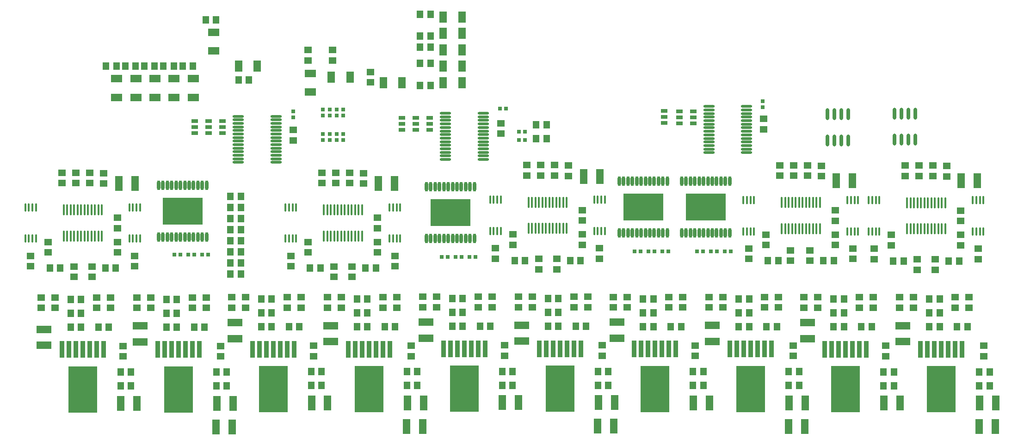
<source format=gtp>
%FSLAX44Y44*%
%MOMM*%
G71*
G01*
G75*
G04 Layer_Color=8421504*
%ADD10R,1.2000X1.3500*%
%ADD11R,1.4000X2.0000*%
%ADD12R,1.3500X1.2000*%
%ADD13R,2.0000X1.4000*%
%ADD14R,0.7000X0.8000*%
%ADD15R,0.8000X0.7000*%
%ADD16R,2.8000X1.3500*%
%ADD17R,1.3000X0.8000*%
%ADD18R,5.3500X8.5400*%
%ADD19R,0.8900X3.0600*%
%ADD20O,0.3500X2.2000*%
%ADD21O,0.3500X1.5500*%
%ADD22R,1.3500X2.8000*%
%ADD23O,0.6000X2.2000*%
%ADD24O,2.1000X0.4500*%
%ADD25O,0.6000X1.8000*%
%ADD26R,7.4000X5.0000*%
%ADD27C,1.0160*%
%ADD28C,0.1524*%
%ADD29C,0.7620*%
%ADD30C,0.2540*%
%ADD31C,0.5080*%
%ADD32C,0.6350*%
%ADD33C,0.2032*%
%ADD34C,0.3048*%
%ADD35R,177.7702X1.3208*%
%ADD36C,2.0000*%
G04:AMPARAMS|DCode=37|XSize=2mm|YSize=2mm|CornerRadius=0.5mm|HoleSize=0mm|Usage=FLASHONLY|Rotation=180.000|XOffset=0mm|YOffset=0mm|HoleType=Round|Shape=RoundedRectangle|*
%AMROUNDEDRECTD37*
21,1,2.0000,1.0000,0,0,180.0*
21,1,1.0000,2.0000,0,0,180.0*
1,1,1.0000,-0.5000,0.5000*
1,1,1.0000,0.5000,0.5000*
1,1,1.0000,0.5000,-0.5000*
1,1,1.0000,-0.5000,-0.5000*
%
%ADD37ROUNDEDRECTD37*%
%ADD38C,7.0000*%
%ADD39C,6.0000*%
%ADD40C,0.7000*%
%ADD41C,1.2700*%
%ADD42C,0.6600*%
%ADD43C,2.0160*%
%ADD44C,3.4160*%
%ADD45C,4.5160*%
%ADD46C,4.1160*%
G04:AMPARAMS|DCode=47|XSize=1.824mm|YSize=1.824mm|CornerRadius=0mm|HoleSize=0mm|Usage=FLASHONLY|Rotation=0.000|XOffset=0mm|YOffset=0mm|HoleType=Round|Shape=Relief|Width=0.254mm|Gap=0.254mm|Entries=4|*
%AMTHD47*
7,0,0,1.8240,1.3160,0.2540,45*
%
%ADD47THD47*%
%ADD48C,1.3160*%
%ADD49C,1.7272*%
%ADD50C,1.3460*%
G04:AMPARAMS|DCode=51|XSize=2.524mm|YSize=2.524mm|CornerRadius=0mm|HoleSize=0mm|Usage=FLASHONLY|Rotation=0.000|XOffset=0mm|YOffset=0mm|HoleType=Round|Shape=Relief|Width=0.254mm|Gap=0.254mm|Entries=4|*
%AMTHD51*
7,0,0,2.5240,2.0160,0.2540,45*
%
%ADD51THD51*%
G04:AMPARAMS|DCode=52|XSize=2.2352mm|YSize=2.2352mm|CornerRadius=0mm|HoleSize=0mm|Usage=FLASHONLY|Rotation=0.000|XOffset=0mm|YOffset=0mm|HoleType=Round|Shape=Relief|Width=0.254mm|Gap=0.254mm|Entries=4|*
%AMTHD52*
7,0,0,2.2352,1.7272,0.2540,45*
%
%ADD52THD52*%
%ADD53C,2.5400*%
%ADD54C,0.3000*%
%ADD55C,0.2000*%
%ADD56C,0.2500*%
%ADD57C,0.6000*%
%ADD58C,0.4000*%
%ADD59C,0.1270*%
D10*
X-155500Y-165000D02*
D03*
X-174500D02*
D03*
X-155500Y-125000D02*
D03*
X-174500D02*
D03*
X-155500Y-95000D02*
D03*
X-174500D02*
D03*
X-155500Y-75000D02*
D03*
X-174500D02*
D03*
X-155500Y-35000D02*
D03*
X-174500D02*
D03*
X-695500Y-130000D02*
D03*
X-714500D02*
D03*
X-660500D02*
D03*
X-679500D02*
D03*
X-625500D02*
D03*
X-644500D02*
D03*
X-590500D02*
D03*
X-609500D02*
D03*
X-730500D02*
D03*
X-749500D02*
D03*
X-548000Y-45000D02*
D03*
X-567000D02*
D03*
X-507000Y-155000D02*
D03*
X-488000D02*
D03*
X57180Y-236920D02*
D03*
X38180D02*
D03*
X57180Y-262320D02*
D03*
X38180D02*
D03*
X776560Y-581950D02*
D03*
X757560D02*
D03*
X776560Y-556550D02*
D03*
X757560D02*
D03*
X808360Y-607350D02*
D03*
X827360D02*
D03*
X812120Y-486700D02*
D03*
X793120D02*
D03*
X601300Y-556550D02*
D03*
X582300D02*
D03*
X601300Y-581950D02*
D03*
X582300D02*
D03*
X633100Y-607350D02*
D03*
X652100D02*
D03*
X691520Y-486700D02*
D03*
X710520D02*
D03*
X757560Y-607350D02*
D03*
X776560D02*
D03*
X849000Y-715300D02*
D03*
X868000D02*
D03*
X849000Y-689900D02*
D03*
X868000D02*
D03*
X582300Y-607350D02*
D03*
X601300D02*
D03*
X673740Y-689900D02*
D03*
X692740D02*
D03*
X673740Y-715300D02*
D03*
X692740D02*
D03*
X-521540Y-429440D02*
D03*
X-502540D02*
D03*
X-521540Y-409120D02*
D03*
X-502540D02*
D03*
X-521540Y-368480D02*
D03*
X-502540D02*
D03*
X-521540Y-388800D02*
D03*
X-502540D02*
D03*
X-639081Y-582350D02*
D03*
X-620080D02*
D03*
X-290180Y-581860D02*
D03*
X-271180D02*
D03*
X59419Y-581080D02*
D03*
X78419D02*
D03*
X408730Y-581570D02*
D03*
X427729D02*
D03*
X-639081Y-556950D02*
D03*
X-620080D02*
D03*
X-290180Y-556460D02*
D03*
X-271180D02*
D03*
X59419Y-555680D02*
D03*
X78419D02*
D03*
X408730Y-556170D02*
D03*
X427729D02*
D03*
X-569280Y-607750D02*
D03*
X-588280D02*
D03*
X-220380Y-607260D02*
D03*
X-239380D02*
D03*
X129220Y-606480D02*
D03*
X110220D02*
D03*
X478530Y-606970D02*
D03*
X459530D02*
D03*
X-750841Y-499800D02*
D03*
X-731841D02*
D03*
X-274570Y-499800D02*
D03*
X-255570D02*
D03*
X100059Y-485830D02*
D03*
X119059D02*
D03*
X563670Y-486320D02*
D03*
X582669D02*
D03*
X-814341Y-556950D02*
D03*
X-795340D02*
D03*
X-465440Y-556460D02*
D03*
X-446440D02*
D03*
X-115841Y-555680D02*
D03*
X-96840D02*
D03*
X233470Y-556170D02*
D03*
X252470D02*
D03*
X-814341Y-582350D02*
D03*
X-795340D02*
D03*
X-465440Y-581860D02*
D03*
X-446440D02*
D03*
X-115841Y-581080D02*
D03*
X-96840D02*
D03*
X233470Y-581570D02*
D03*
X252470D02*
D03*
X-744540Y-607750D02*
D03*
X-763540D02*
D03*
X-395640Y-607260D02*
D03*
X-414640D02*
D03*
X-46040Y-606480D02*
D03*
X-65040D02*
D03*
X303270Y-606970D02*
D03*
X284270D02*
D03*
X-833440Y-499800D02*
D03*
X-852440D02*
D03*
X-357170Y-499800D02*
D03*
X-376170D02*
D03*
X17460Y-485830D02*
D03*
X-1540D02*
D03*
X481070Y-486320D02*
D03*
X462070D02*
D03*
X-620080Y-607750D02*
D03*
X-639080D02*
D03*
X-271180Y-607260D02*
D03*
X-290180D02*
D03*
X78420Y-606480D02*
D03*
X59420D02*
D03*
X427730Y-606970D02*
D03*
X408730D02*
D03*
X-528640Y-715700D02*
D03*
X-547640D02*
D03*
X-179740Y-715210D02*
D03*
X-198740D02*
D03*
X169860Y-714430D02*
D03*
X150860D02*
D03*
X519170Y-714920D02*
D03*
X500170D02*
D03*
X-528640Y-690300D02*
D03*
X-547640D02*
D03*
X-179740Y-689810D02*
D03*
X-198740D02*
D03*
X169860Y-689030D02*
D03*
X150860D02*
D03*
X519170Y-689520D02*
D03*
X500170D02*
D03*
X-795340Y-607750D02*
D03*
X-814340D02*
D03*
X-446440Y-607260D02*
D03*
X-465440D02*
D03*
X-96840Y-606480D02*
D03*
X-115840D02*
D03*
X252470Y-606970D02*
D03*
X233470D02*
D03*
X-703900Y-690300D02*
D03*
X-722900D02*
D03*
X-355000Y-689810D02*
D03*
X-374000D02*
D03*
X-5400Y-689030D02*
D03*
X-24400D02*
D03*
X343910Y-689520D02*
D03*
X324910D02*
D03*
X-703900Y-715700D02*
D03*
X-722900D02*
D03*
X-355000Y-715210D02*
D03*
X-374000D02*
D03*
X-5400Y-714430D02*
D03*
X-24400D02*
D03*
X343910Y-714920D02*
D03*
X324910D02*
D03*
X-521540Y-510720D02*
D03*
X-502540D02*
D03*
X-521540Y-490400D02*
D03*
X-502540D02*
D03*
X-521540Y-470080D02*
D03*
X-502540D02*
D03*
X-521540Y-449760D02*
D03*
X-502540D02*
D03*
D11*
X-132000Y-160000D02*
D03*
X-98000D02*
D03*
X-242000D02*
D03*
X-208000D02*
D03*
X-132000Y-130000D02*
D03*
X-98000D02*
D03*
X-132000Y-100000D02*
D03*
X-98000D02*
D03*
X-132000Y-70000D02*
D03*
X-98000D02*
D03*
X-132000Y-40000D02*
D03*
X-98000D02*
D03*
X-337000Y-150000D02*
D03*
X-303000D02*
D03*
X-507000Y-130000D02*
D03*
X-473000D02*
D03*
D12*
X-265000Y-159500D02*
D03*
Y-140500D02*
D03*
X-335000Y-119500D02*
D03*
Y-100500D02*
D03*
X-380000Y-119500D02*
D03*
Y-100500D02*
D03*
X-36490Y-482630D02*
D03*
Y-463630D02*
D03*
X-217180Y-572310D02*
D03*
Y-553310D02*
D03*
X789920Y-312760D02*
D03*
Y-331760D02*
D03*
X713720Y-312100D02*
D03*
Y-331100D02*
D03*
X805160Y-572400D02*
D03*
Y-553400D02*
D03*
X830560Y-553400D02*
D03*
Y-572400D02*
D03*
X728960Y-553400D02*
D03*
Y-572400D02*
D03*
X847070Y-483500D02*
D03*
Y-464500D02*
D03*
X768710Y-502950D02*
D03*
Y-483950D02*
D03*
X629900Y-572400D02*
D03*
Y-553400D02*
D03*
X655300Y-553400D02*
D03*
Y-572400D02*
D03*
X553700Y-553400D02*
D03*
Y-572400D02*
D03*
X735690Y-502950D02*
D03*
Y-483950D02*
D03*
X656570Y-483500D02*
D03*
Y-464500D02*
D03*
X857230Y-642300D02*
D03*
Y-661300D02*
D03*
X678160Y-661300D02*
D03*
Y-642300D02*
D03*
X703560Y-553400D02*
D03*
Y-572400D02*
D03*
X815320Y-439100D02*
D03*
Y-458100D02*
D03*
X764520Y-312100D02*
D03*
Y-331100D02*
D03*
X528300Y-553400D02*
D03*
Y-572400D02*
D03*
X739120Y-312100D02*
D03*
Y-331100D02*
D03*
X815320Y-413650D02*
D03*
Y-394650D02*
D03*
X688320Y-458100D02*
D03*
Y-439100D02*
D03*
X-754040Y-325860D02*
D03*
Y-344860D02*
D03*
X-277770Y-325860D02*
D03*
Y-344860D02*
D03*
X96860Y-311890D02*
D03*
Y-330890D02*
D03*
X560470Y-312380D02*
D03*
Y-331380D02*
D03*
X-830220Y-325200D02*
D03*
Y-344200D02*
D03*
X-353970Y-325200D02*
D03*
Y-344200D02*
D03*
X20660Y-311230D02*
D03*
Y-330230D02*
D03*
X484270Y-311720D02*
D03*
Y-330720D02*
D03*
X-591480Y-553800D02*
D03*
Y-572800D02*
D03*
X-242580Y-553310D02*
D03*
Y-572310D02*
D03*
X107020Y-552530D02*
D03*
Y-571530D02*
D03*
X456330Y-553020D02*
D03*
Y-572020D02*
D03*
X-566080Y-572800D02*
D03*
Y-553800D02*
D03*
X132420Y-571530D02*
D03*
Y-552530D02*
D03*
X481730Y-572020D02*
D03*
Y-553020D02*
D03*
X-667680Y-572800D02*
D03*
Y-553800D02*
D03*
X-318780Y-572310D02*
D03*
Y-553310D02*
D03*
X30820Y-571530D02*
D03*
Y-552530D02*
D03*
X380130Y-572020D02*
D03*
Y-553020D02*
D03*
X-696890Y-477600D02*
D03*
Y-496600D02*
D03*
X-220620Y-477600D02*
D03*
Y-496600D02*
D03*
X154010Y-463630D02*
D03*
Y-482630D02*
D03*
X617620Y-464120D02*
D03*
Y-483120D02*
D03*
X-775250Y-497050D02*
D03*
Y-516050D02*
D03*
X-298980Y-497050D02*
D03*
Y-516050D02*
D03*
X75650Y-483080D02*
D03*
Y-502080D02*
D03*
X538880Y-486440D02*
D03*
Y-467440D02*
D03*
X-766740Y-553800D02*
D03*
Y-572800D02*
D03*
X-417840Y-553310D02*
D03*
Y-572310D02*
D03*
X-68240Y-552530D02*
D03*
Y-571530D02*
D03*
X281070Y-553020D02*
D03*
Y-572020D02*
D03*
X-741340Y-572800D02*
D03*
Y-553800D02*
D03*
X-392440Y-572310D02*
D03*
Y-553310D02*
D03*
X-42840Y-571530D02*
D03*
Y-552530D02*
D03*
X306470Y-572020D02*
D03*
Y-553020D02*
D03*
X-842940Y-572800D02*
D03*
Y-553800D02*
D03*
X-494040Y-572310D02*
D03*
Y-553310D02*
D03*
X-144440Y-571530D02*
D03*
Y-552530D02*
D03*
X204870Y-572020D02*
D03*
Y-553020D02*
D03*
X-808270Y-497050D02*
D03*
Y-516050D02*
D03*
X-332000Y-497050D02*
D03*
Y-516050D02*
D03*
X42630Y-483080D02*
D03*
Y-502080D02*
D03*
X503280Y-486440D02*
D03*
Y-467440D02*
D03*
X-887390Y-477600D02*
D03*
Y-496600D02*
D03*
X-411120Y-477600D02*
D03*
Y-496600D02*
D03*
X427120Y-464120D02*
D03*
Y-483120D02*
D03*
X-539410Y-642700D02*
D03*
Y-661700D02*
D03*
X-190510Y-642210D02*
D03*
Y-661210D02*
D03*
X159090Y-641430D02*
D03*
Y-660430D02*
D03*
X508400Y-641920D02*
D03*
Y-660920D02*
D03*
X-718480Y-642700D02*
D03*
Y-661700D02*
D03*
X-369580Y-642210D02*
D03*
Y-661210D02*
D03*
X-19980Y-641430D02*
D03*
Y-660430D02*
D03*
X329330Y-641920D02*
D03*
Y-660920D02*
D03*
X-26900Y-234520D02*
D03*
Y-253520D02*
D03*
X454200Y-226380D02*
D03*
Y-245380D02*
D03*
X-693080Y-572800D02*
D03*
Y-553800D02*
D03*
X-344180Y-572310D02*
D03*
Y-553310D02*
D03*
X5420Y-571530D02*
D03*
Y-552530D02*
D03*
X354730Y-572020D02*
D03*
Y-553020D02*
D03*
X-728640Y-471200D02*
D03*
Y-452200D02*
D03*
X-252370Y-471200D02*
D03*
Y-452200D02*
D03*
X122260Y-457230D02*
D03*
Y-438230D02*
D03*
X585870Y-457720D02*
D03*
Y-438720D02*
D03*
X-779440Y-344200D02*
D03*
Y-325200D02*
D03*
X-303170Y-344200D02*
D03*
Y-325200D02*
D03*
X71460Y-330230D02*
D03*
Y-311230D02*
D03*
X535070Y-330720D02*
D03*
Y-311720D02*
D03*
X-868340Y-572800D02*
D03*
Y-553800D02*
D03*
X-519440Y-572310D02*
D03*
Y-553310D02*
D03*
X-169840Y-571530D02*
D03*
Y-552530D02*
D03*
X179470Y-572020D02*
D03*
Y-553020D02*
D03*
X-804840Y-344200D02*
D03*
Y-325200D02*
D03*
X-328570Y-344200D02*
D03*
Y-325200D02*
D03*
X46060Y-330230D02*
D03*
Y-311230D02*
D03*
X509670Y-330720D02*
D03*
Y-311720D02*
D03*
X-728640Y-407750D02*
D03*
Y-426750D02*
D03*
X-252370Y-407750D02*
D03*
Y-426750D02*
D03*
X122260Y-393780D02*
D03*
Y-412780D02*
D03*
X585870Y-394270D02*
D03*
Y-413270D02*
D03*
X-855640Y-452200D02*
D03*
Y-471200D02*
D03*
X-379370Y-452200D02*
D03*
Y-471200D02*
D03*
X-4740Y-438230D02*
D03*
Y-457230D02*
D03*
X458870Y-438720D02*
D03*
Y-457720D02*
D03*
X-406582Y-246821D02*
D03*
Y-265821D02*
D03*
D13*
X-695000Y-153000D02*
D03*
Y-187000D02*
D03*
X-660000Y-153000D02*
D03*
Y-187000D02*
D03*
X-625000Y-153000D02*
D03*
Y-187000D02*
D03*
X-730000Y-153000D02*
D03*
Y-187000D02*
D03*
X-375000Y-143000D02*
D03*
Y-177000D02*
D03*
X-552500Y-68000D02*
D03*
Y-102000D02*
D03*
X-590000Y-153000D02*
D03*
Y-187000D02*
D03*
D14*
X-352500Y-265500D02*
D03*
Y-254500D02*
D03*
X-340000Y-265500D02*
D03*
Y-254500D02*
D03*
X-327500Y-265500D02*
D03*
Y-254500D02*
D03*
X-315000Y-254500D02*
D03*
Y-265500D02*
D03*
X-352500Y-209500D02*
D03*
Y-220500D02*
D03*
X-340000Y-209500D02*
D03*
Y-220500D02*
D03*
X-327500Y-209500D02*
D03*
Y-220500D02*
D03*
X-315000Y-220500D02*
D03*
Y-209500D02*
D03*
X452780Y-205420D02*
D03*
Y-194420D02*
D03*
X-406582Y-212721D02*
D03*
Y-223721D02*
D03*
D15*
X6620Y-249620D02*
D03*
X17620D02*
D03*
X6620Y-264860D02*
D03*
X17620D02*
D03*
X-17500Y-208000D02*
D03*
X-28500D02*
D03*
X332680Y-469320D02*
D03*
X343680D02*
D03*
X369080D02*
D03*
X358080D02*
D03*
X218380D02*
D03*
X229380D02*
D03*
X254780D02*
D03*
X243780D02*
D03*
X394480D02*
D03*
X383480D02*
D03*
X280180D02*
D03*
X269180D02*
D03*
X-134680Y-479480D02*
D03*
X-123680D02*
D03*
X-98280D02*
D03*
X-109280D02*
D03*
X-624220Y-475160D02*
D03*
X-613220D02*
D03*
X-587820D02*
D03*
X-598820D02*
D03*
X-72880Y-479480D02*
D03*
X-83880D02*
D03*
X-562420Y-475160D02*
D03*
X-573420D02*
D03*
D16*
X-863240Y-641550D02*
D03*
Y-612050D02*
D03*
X709420Y-634800D02*
D03*
Y-605300D02*
D03*
X534650Y-629110D02*
D03*
Y-599610D02*
D03*
X-687220Y-635200D02*
D03*
Y-605700D02*
D03*
X-338320Y-634710D02*
D03*
Y-605210D02*
D03*
X11280Y-633930D02*
D03*
Y-604430D02*
D03*
X360590Y-634420D02*
D03*
Y-604920D02*
D03*
X-513090Y-629020D02*
D03*
Y-599520D02*
D03*
X-163490Y-628240D02*
D03*
Y-598740D02*
D03*
X185820Y-628730D02*
D03*
Y-599230D02*
D03*
D17*
X-157060Y-224728D02*
D03*
Y-235728D02*
D03*
Y-246728D02*
D03*
X-182460Y-224728D02*
D03*
Y-235728D02*
D03*
Y-246728D02*
D03*
X-207860Y-224728D02*
D03*
Y-235728D02*
D03*
Y-246728D02*
D03*
X325240Y-234356D02*
D03*
Y-223356D02*
D03*
Y-212356D02*
D03*
X299840Y-234356D02*
D03*
Y-223356D02*
D03*
Y-212356D02*
D03*
X272440Y-233868D02*
D03*
Y-222868D02*
D03*
Y-211868D02*
D03*
X-586922Y-252257D02*
D03*
Y-241257D02*
D03*
Y-230257D02*
D03*
X-561522Y-252257D02*
D03*
Y-241257D02*
D03*
Y-230257D02*
D03*
X-536122Y-252257D02*
D03*
Y-241257D02*
D03*
Y-230257D02*
D03*
D18*
X779760Y-721650D02*
D03*
X604500D02*
D03*
X-616880Y-722050D02*
D03*
X-267980Y-721560D02*
D03*
X81620Y-720780D02*
D03*
X430930Y-721270D02*
D03*
X-792140Y-722050D02*
D03*
X-443240Y-721560D02*
D03*
X-93640Y-720780D02*
D03*
X255670Y-721270D02*
D03*
D19*
X792460Y-648600D02*
D03*
X805160D02*
D03*
X817860D02*
D03*
X779760D02*
D03*
X767060D02*
D03*
X754360D02*
D03*
X741660D02*
D03*
X617200D02*
D03*
X629900D02*
D03*
X642600D02*
D03*
X604500D02*
D03*
X591800D02*
D03*
X579100D02*
D03*
X566400D02*
D03*
X-604180Y-649000D02*
D03*
X-591480D02*
D03*
X-578780D02*
D03*
X-616880D02*
D03*
X-629580D02*
D03*
X-642280D02*
D03*
X-654980D02*
D03*
X-255280Y-648510D02*
D03*
X-242580D02*
D03*
X-229880D02*
D03*
X-267980D02*
D03*
X-280680D02*
D03*
X-293380D02*
D03*
X-306080D02*
D03*
X94320Y-647730D02*
D03*
X107020D02*
D03*
X119720D02*
D03*
X81620D02*
D03*
X68920D02*
D03*
X56220D02*
D03*
X43520D02*
D03*
X443630Y-648220D02*
D03*
X456330D02*
D03*
X469030D02*
D03*
X430930D02*
D03*
X418230D02*
D03*
X405530D02*
D03*
X392830D02*
D03*
X-779440Y-649000D02*
D03*
X-766740D02*
D03*
X-754040D02*
D03*
X-792140D02*
D03*
X-804840D02*
D03*
X-817540D02*
D03*
X-830240D02*
D03*
X-430540Y-648510D02*
D03*
X-417840D02*
D03*
X-405140D02*
D03*
X-443240D02*
D03*
X-455940D02*
D03*
X-468640D02*
D03*
X-481340D02*
D03*
X-80940Y-647730D02*
D03*
X-68240D02*
D03*
X-55540D02*
D03*
X-93640D02*
D03*
X-106340D02*
D03*
X-119040D02*
D03*
X-131740D02*
D03*
X268370Y-648220D02*
D03*
X281070D02*
D03*
X293770D02*
D03*
X255670D02*
D03*
X242970D02*
D03*
X230270D02*
D03*
X217570D02*
D03*
D20*
X716895Y-428150D02*
D03*
X723245D02*
D03*
X729595D02*
D03*
X735945D02*
D03*
X742295D02*
D03*
X748645D02*
D03*
X754995D02*
D03*
X761345D02*
D03*
X767695D02*
D03*
X774045D02*
D03*
X780395D02*
D03*
X786745D02*
D03*
X716895Y-380150D02*
D03*
X723245D02*
D03*
X729595D02*
D03*
X735945D02*
D03*
X742295D02*
D03*
X748645D02*
D03*
X754995D02*
D03*
X761345D02*
D03*
X767695D02*
D03*
X774045D02*
D03*
X780395D02*
D03*
X786745D02*
D03*
X-757215Y-393250D02*
D03*
X-763565D02*
D03*
X-769915D02*
D03*
X-776265D02*
D03*
X-782615D02*
D03*
X-788965D02*
D03*
X-795315D02*
D03*
X-801665D02*
D03*
X-808015D02*
D03*
X-814365D02*
D03*
X-820715D02*
D03*
X-827065D02*
D03*
X-757215Y-441250D02*
D03*
X-763565D02*
D03*
X-769915D02*
D03*
X-776265D02*
D03*
X-782615D02*
D03*
X-788965D02*
D03*
X-795315D02*
D03*
X-801665D02*
D03*
X-808015D02*
D03*
X-814365D02*
D03*
X-820715D02*
D03*
X-827065D02*
D03*
X-280945Y-393250D02*
D03*
X-287295D02*
D03*
X-293645D02*
D03*
X-299995D02*
D03*
X-306345D02*
D03*
X-312695D02*
D03*
X-319045D02*
D03*
X-325395D02*
D03*
X-331745D02*
D03*
X-338095D02*
D03*
X-344445D02*
D03*
X-350795D02*
D03*
X-280945Y-441250D02*
D03*
X-287295D02*
D03*
X-293645D02*
D03*
X-299995D02*
D03*
X-306345D02*
D03*
X-312695D02*
D03*
X-319045D02*
D03*
X-325395D02*
D03*
X-331745D02*
D03*
X-338095D02*
D03*
X-344445D02*
D03*
X-350795D02*
D03*
X93685Y-379280D02*
D03*
X87335D02*
D03*
X80985D02*
D03*
X74635D02*
D03*
X68285D02*
D03*
X61935D02*
D03*
X55585D02*
D03*
X49235D02*
D03*
X42885D02*
D03*
X36535D02*
D03*
X30185D02*
D03*
X23835D02*
D03*
X93685Y-427280D02*
D03*
X87335D02*
D03*
X80985D02*
D03*
X74635D02*
D03*
X68285D02*
D03*
X61935D02*
D03*
X55585D02*
D03*
X49235D02*
D03*
X42885D02*
D03*
X36535D02*
D03*
X30185D02*
D03*
X23835D02*
D03*
X557295Y-379770D02*
D03*
X550945D02*
D03*
X544595D02*
D03*
X538245D02*
D03*
X531895D02*
D03*
X525545D02*
D03*
X519195D02*
D03*
X512845D02*
D03*
X506495D02*
D03*
X500145D02*
D03*
X493795D02*
D03*
X487445D02*
D03*
X557295Y-427770D02*
D03*
X550945D02*
D03*
X544595D02*
D03*
X538245D02*
D03*
X531895D02*
D03*
X525545D02*
D03*
X519195D02*
D03*
X512845D02*
D03*
X506495D02*
D03*
X500145D02*
D03*
X493795D02*
D03*
X487445D02*
D03*
D21*
X856820Y-375400D02*
D03*
X850320D02*
D03*
X843820D02*
D03*
X837320D02*
D03*
X856820Y-432900D02*
D03*
X850320D02*
D03*
X843820D02*
D03*
X837320D02*
D03*
X646820D02*
D03*
X653320D02*
D03*
X659820D02*
D03*
X666320D02*
D03*
X646820Y-375400D02*
D03*
X653320D02*
D03*
X659820D02*
D03*
X666320D02*
D03*
X-687140Y-388500D02*
D03*
X-693640D02*
D03*
X-700140D02*
D03*
X-706640D02*
D03*
X-687140Y-446000D02*
D03*
X-693640D02*
D03*
X-700140D02*
D03*
X-706640D02*
D03*
X-210870Y-388500D02*
D03*
X-217370D02*
D03*
X-223870D02*
D03*
X-230370D02*
D03*
X-210870Y-446000D02*
D03*
X-217370D02*
D03*
X-223870D02*
D03*
X-230370D02*
D03*
X163760Y-374530D02*
D03*
X157260D02*
D03*
X150760D02*
D03*
X144260D02*
D03*
X163760Y-432030D02*
D03*
X157260D02*
D03*
X150760D02*
D03*
X144260D02*
D03*
X627370Y-375020D02*
D03*
X620870D02*
D03*
X614370D02*
D03*
X607870D02*
D03*
X627370Y-432520D02*
D03*
X620870D02*
D03*
X614370D02*
D03*
X607870D02*
D03*
X-897140Y-446000D02*
D03*
X-890640D02*
D03*
X-884140D02*
D03*
X-877640D02*
D03*
X-897140Y-388500D02*
D03*
X-890640D02*
D03*
X-884140D02*
D03*
X-877640D02*
D03*
X-420870Y-446000D02*
D03*
X-414370D02*
D03*
X-407870D02*
D03*
X-401370D02*
D03*
X-420870Y-388500D02*
D03*
X-414370D02*
D03*
X-407870D02*
D03*
X-401370D02*
D03*
X-46240Y-432030D02*
D03*
X-39740D02*
D03*
X-33240D02*
D03*
X-26740D02*
D03*
X-46240Y-374530D02*
D03*
X-39740D02*
D03*
X-33240D02*
D03*
X-26740D02*
D03*
X417370Y-432520D02*
D03*
X423870D02*
D03*
X430370D02*
D03*
X436870D02*
D03*
X417370Y-375020D02*
D03*
X423870D02*
D03*
X430370D02*
D03*
X436870D02*
D03*
D22*
X879600Y-747050D02*
D03*
X850100D02*
D03*
X878330Y-790230D02*
D03*
X848830D02*
D03*
X703990Y-747050D02*
D03*
X674490D02*
D03*
X816190Y-339780D02*
D03*
X845690D02*
D03*
X-517040Y-747450D02*
D03*
X-546540D02*
D03*
X-168140Y-746960D02*
D03*
X-197640D02*
D03*
X181460Y-746180D02*
D03*
X151960D02*
D03*
X530770Y-746670D02*
D03*
X501270D02*
D03*
X-518310Y-790630D02*
D03*
X-547810D02*
D03*
X-169410Y-790140D02*
D03*
X-198910D02*
D03*
X180190Y-789360D02*
D03*
X150690D02*
D03*
X529500Y-789850D02*
D03*
X500000D02*
D03*
X-692650Y-747450D02*
D03*
X-722150D02*
D03*
X-343750Y-746960D02*
D03*
X-373250D02*
D03*
X5850Y-746180D02*
D03*
X-23650D02*
D03*
X355160Y-746670D02*
D03*
X325660D02*
D03*
X-725590Y-344860D02*
D03*
X-696090D02*
D03*
X-250610D02*
D03*
X-221110D02*
D03*
X125310Y-332160D02*
D03*
X154810D02*
D03*
X587590Y-339780D02*
D03*
X617090D02*
D03*
D23*
X693520Y-264720D02*
D03*
X706220D02*
D03*
X718920D02*
D03*
X731620D02*
D03*
X693520Y-216720D02*
D03*
X706220D02*
D03*
X718920D02*
D03*
X731620D02*
D03*
X570970Y-266030D02*
D03*
X583670D02*
D03*
X596370D02*
D03*
X609070D02*
D03*
X570970Y-218030D02*
D03*
X583670D02*
D03*
X596370D02*
D03*
X609070D02*
D03*
D24*
X-59060Y-300750D02*
D03*
Y-294250D02*
D03*
Y-287750D02*
D03*
Y-281250D02*
D03*
Y-274750D02*
D03*
Y-268250D02*
D03*
Y-261750D02*
D03*
Y-255250D02*
D03*
Y-248750D02*
D03*
Y-242250D02*
D03*
Y-235750D02*
D03*
Y-229250D02*
D03*
Y-222750D02*
D03*
Y-216250D02*
D03*
X-128060Y-300750D02*
D03*
Y-294250D02*
D03*
Y-287750D02*
D03*
Y-281250D02*
D03*
Y-274750D02*
D03*
Y-268250D02*
D03*
Y-261750D02*
D03*
Y-255250D02*
D03*
Y-248750D02*
D03*
Y-242250D02*
D03*
Y-235750D02*
D03*
Y-229250D02*
D03*
Y-222750D02*
D03*
Y-216250D02*
D03*
X423240Y-288290D02*
D03*
Y-281790D02*
D03*
Y-275290D02*
D03*
Y-268790D02*
D03*
Y-262290D02*
D03*
Y-255790D02*
D03*
Y-249290D02*
D03*
Y-242790D02*
D03*
Y-236290D02*
D03*
Y-229790D02*
D03*
Y-223290D02*
D03*
Y-216790D02*
D03*
Y-210290D02*
D03*
Y-203790D02*
D03*
X354240Y-288290D02*
D03*
Y-281790D02*
D03*
Y-275290D02*
D03*
Y-268790D02*
D03*
Y-262290D02*
D03*
Y-255790D02*
D03*
Y-249290D02*
D03*
Y-242790D02*
D03*
Y-236290D02*
D03*
Y-229790D02*
D03*
Y-223290D02*
D03*
Y-216790D02*
D03*
Y-210290D02*
D03*
Y-203790D02*
D03*
X-507122Y-221691D02*
D03*
Y-228191D02*
D03*
Y-234691D02*
D03*
Y-241191D02*
D03*
Y-247691D02*
D03*
Y-254191D02*
D03*
Y-260691D02*
D03*
Y-267191D02*
D03*
Y-273691D02*
D03*
Y-280191D02*
D03*
Y-286691D02*
D03*
Y-293191D02*
D03*
Y-299691D02*
D03*
Y-306191D02*
D03*
X-438122Y-221691D02*
D03*
Y-228191D02*
D03*
Y-234691D02*
D03*
Y-241191D02*
D03*
Y-247691D02*
D03*
Y-254191D02*
D03*
Y-260691D02*
D03*
Y-267191D02*
D03*
Y-273691D02*
D03*
Y-280191D02*
D03*
Y-286691D02*
D03*
Y-293191D02*
D03*
Y-299691D02*
D03*
Y-306191D02*
D03*
D25*
X304340Y-435540D02*
D03*
X312340D02*
D03*
X320340D02*
D03*
X328340D02*
D03*
X336340D02*
D03*
X344340D02*
D03*
X352340D02*
D03*
X360340D02*
D03*
X368340D02*
D03*
X376340D02*
D03*
X384340D02*
D03*
X392340D02*
D03*
X304340Y-340540D02*
D03*
X312340D02*
D03*
X320340D02*
D03*
X328340D02*
D03*
X336340D02*
D03*
X344340D02*
D03*
X352340D02*
D03*
X360340D02*
D03*
X368340D02*
D03*
X376340D02*
D03*
X384340D02*
D03*
X392340D02*
D03*
X190040Y-435540D02*
D03*
X198040D02*
D03*
X206040D02*
D03*
X214040D02*
D03*
X222040D02*
D03*
X230040D02*
D03*
X238040D02*
D03*
X246040D02*
D03*
X254040D02*
D03*
X262040D02*
D03*
X270040D02*
D03*
X278040D02*
D03*
X190040Y-340540D02*
D03*
X198040D02*
D03*
X206040D02*
D03*
X214040D02*
D03*
X222040D02*
D03*
X230040D02*
D03*
X238040D02*
D03*
X246040D02*
D03*
X254040D02*
D03*
X262040D02*
D03*
X270040D02*
D03*
X278040D02*
D03*
X-155020Y-350700D02*
D03*
X-163020D02*
D03*
X-139020D02*
D03*
X-147020D02*
D03*
X-131020D02*
D03*
X-123020D02*
D03*
X-115020D02*
D03*
X-107020D02*
D03*
X-83020D02*
D03*
X-75020D02*
D03*
X-99020D02*
D03*
X-91020D02*
D03*
X-155020Y-445700D02*
D03*
X-163020D02*
D03*
X-147020D02*
D03*
X-139020D02*
D03*
X-115020D02*
D03*
X-107020D02*
D03*
X-131020D02*
D03*
X-123020D02*
D03*
X-83020D02*
D03*
X-75020D02*
D03*
X-99020D02*
D03*
X-91020D02*
D03*
X-653240Y-443160D02*
D03*
X-645240D02*
D03*
X-637240D02*
D03*
X-629240D02*
D03*
X-621240D02*
D03*
X-613240D02*
D03*
X-605240D02*
D03*
X-597240D02*
D03*
X-589240D02*
D03*
X-581240D02*
D03*
X-573240D02*
D03*
X-565240D02*
D03*
X-653240Y-348160D02*
D03*
X-645240D02*
D03*
X-637240D02*
D03*
X-629240D02*
D03*
X-621240D02*
D03*
X-613240D02*
D03*
X-605240D02*
D03*
X-597240D02*
D03*
X-589240D02*
D03*
X-581240D02*
D03*
X-573240D02*
D03*
X-565240D02*
D03*
D26*
X348340Y-388040D02*
D03*
X234040D02*
D03*
X-119020Y-398200D02*
D03*
X-609240Y-395660D02*
D03*
M02*

</source>
